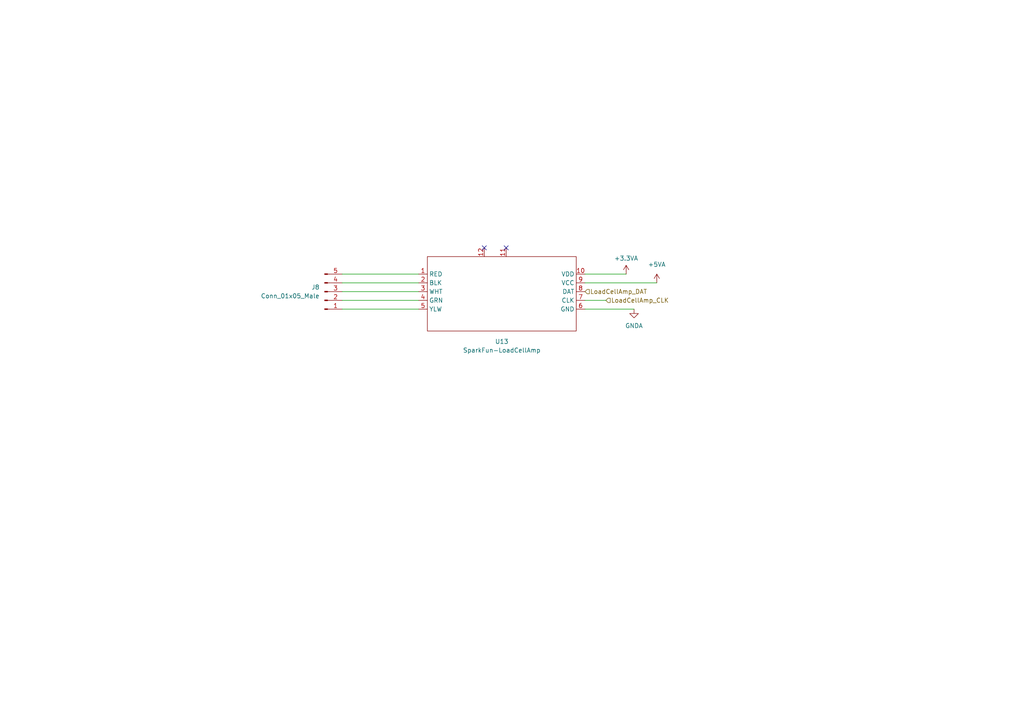
<source format=kicad_sch>
(kicad_sch (version 20211123) (generator eeschema)
  (paper "A4")
  (lib_symbols
    (symbol "Connector:Conn_01x05_Male" (pin_names (offset 1.016) hide)
      (property "Reference" "J" (at 0 7.62 0))
      (property "Value" "Conn_01x05_Male" (at 0 -7.62 0))
      (symbol "Conn_01x05_Male_1_1"
        (polyline (pts (xy 1.27 -5.08) (xy 0.8636 -5.08)) (stroke (width 0.1524)))
        (polyline (pts (xy 1.27 -2.54) (xy 0.8636 -2.54)) (stroke (width 0.1524)))
        (polyline (pts (xy 1.27 0) (xy 0.8636 0)) (stroke (width 0.1524)))
        (polyline (pts (xy 1.27 2.54) (xy 0.8636 2.54)) (stroke (width 0.1524)))
        (polyline (pts (xy 1.27 5.08) (xy 0.8636 5.08)) (stroke (width 0.1524)))
        (rectangle (start 0.8636 -4.953) (end 0 -5.207) (stroke (width 0.1524)) (fill (type outline)))
        (rectangle (start 0.8636 -2.413) (end 0 -2.667) (stroke (width 0.1524)) (fill (type outline)))
        (rectangle (start 0.8636 0.127) (end 0 -0.127) (stroke (width 0.1524)) (fill (type outline)))
        (rectangle (start 0.8636 2.667) (end 0 2.413) (stroke (width 0.1524)) (fill (type outline)))
        (rectangle (start 0.8636 5.207) (end 0 4.953) (stroke (width 0.1524)) (fill (type outline)))
        (pin passive line (at 5.08 5.08 180) (length 3.81) (name "Pin_1") (number "1"))
        (pin passive line (at 5.08 2.54 180) (length 3.81) (name "Pin_2") (number "2"))
        (pin passive line (at 5.08 0 180) (length 3.81) (name "Pin_3") (number "3"))
        (pin passive line (at 5.08 -2.54 180) (length 3.81) (name "Pin_4") (number "4"))
        (pin passive line (at 5.08 -5.08 180) (length 3.81) (name "Pin_5") (number "5"))
      )
    )
    (symbol "SalwaAleryani-eagle-import:SparkFun-LoadCellAmp"
      (property "Reference" "U" (at 10.16 16.51 0))
      (property "Value" "SparkFun-LoadCellAmp" (at 1.27 -22.86 0))
      (symbol "SparkFun-LoadCellAmp_0_1"
        (rectangle (start -20.32 10.16) (end 22.86 -11.43))
      )
      (symbol "SparkFun-LoadCellAmp_1_1"
        (pin input line (at -22.86 5.08 0) (length 2.54) (name "RED") (number "1"))
        (pin input line (at 25.4 5.08 180) (length 2.54) (name "VDD") (number "10"))
        (pin input line (at 2.54 12.7 270) (length 2.54) (name "") (number "11"))
        (pin input line (at -3.81 12.7 270) (length 2.54) (name "") (number "12"))
        (pin input line (at -22.86 2.54 0) (length 2.54) (name "BLK") (number "2"))
        (pin input line (at -22.86 0 0) (length 2.54) (name "WHT") (number "3"))
        (pin input line (at -22.86 -2.54 0) (length 2.54) (name "GRN") (number "4"))
        (pin input line (at -22.86 -5.08 0) (length 2.54) (name "YLW") (number "5"))
        (pin input line (at 25.4 -5.08 180) (length 2.54) (name "GND") (number "6"))
        (pin input line (at 25.4 -2.54 180) (length 2.54) (name "CLK") (number "7"))
        (pin input line (at 25.4 0 180) (length 2.54) (name "DAT") (number "8"))
        (pin input line (at 25.4 2.54 180) (length 2.54) (name "VCC") (number "9"))
      )
    )
    (symbol "power:+3.3VA" (power) (pin_names (offset 0))
      (property "Value" "+3.3VA" (at 0 3.556 0))
      (symbol "+3.3VA_0_1"
        (polyline (pts (xy -0.762 1.27) (xy 0 2.54)))
        (polyline (pts (xy 0 0) (xy 0 2.54)))
        (polyline (pts (xy 0 2.54) (xy 0.762 1.27)))
      )
      (symbol "+3.3VA_1_1"
        (pin power_in line (at 0 0 90) (length 0) hide (name "+3.3VA") (number "1"))
      )
    )
    (symbol "power:+5VA" (power) (pin_names (offset 0))
      (property "Value" "+5VA" (at 0 3.556 0))
      (symbol "+5VA_0_1"
        (polyline (pts (xy -0.762 1.27) (xy 0 2.54)))
        (polyline (pts (xy 0 0) (xy 0 2.54)))
        (polyline (pts (xy 0 2.54) (xy 0.762 1.27)))
      )
      (symbol "+5VA_1_1"
        (pin power_in line (at 0 0 90) (length 0) hide (name "+5VA") (number "1"))
      )
    )
    (symbol "power:GNDA" (power) (pin_names (offset 0))
      (property "Value" "GNDA" (at 0 -3.81 0))
      (symbol "GNDA_0_1"
        (polyline (pts (xy 0 0) (xy 0 -1.27) (xy 1.27 -1.27) (xy 0 -2.54) (xy -1.27 -1.27) (xy 0 -1.27)))
      )
      (symbol "GNDA_1_1"
        (pin power_in line (at 0 0 270) (length 0) hide (name "GNDA") (number "1"))
      )
    )
  )
  (no_connect (at 146.812 71.882))
  (no_connect (at 140.462 71.882))
  (wire (pts (xy 99.2337 84.582) (xy 121.412 84.582)))
  (wire (pts (xy 99.2337 89.662) (xy 121.412 89.662)))
  (wire (pts (xy 169.672 79.502) (xy 181.61 79.502)))
  (wire (pts (xy 169.672 89.662) (xy 183.8994 89.662)))
  (wire (pts (xy 99.2337 82.042) (xy 121.412 82.042)))
  (wire (pts (xy 99.2337 87.122) (xy 121.412 87.122)))
  (wire (pts (xy 169.672 87.122) (xy 175.768 87.122)))
  (wire (pts (xy 169.672 82.042) (xy 190.5 82.042)))
  (wire (pts (xy 99.2337 79.502) (xy 121.412 79.502)))
  (hierarchical_label "LoadCellAmp_CLK" (shape input) (at 175.7275 87.122 0))
  (hierarchical_label "LoadCellAmp_DAT" (shape input) (at 169.672 84.582 0))
  (symbol (lib_id "power:GNDA") (at 183.8994 89.662 0) (unit 1)
    (property "Reference" "#PWR045" (effects hide))
    (property "Value" "GNDA" (at 183.8994 94.488 0))
  )
  (symbol (lib_id "Connector:Conn_01x05_Male") (at 94.1537 84.582 0) (mirror x) (unit 1)
    (property "Reference" "J8" (at 92.71 83.3119 0) (effects (justify right)))
    (property "Value" "Conn_01x05_Male" (at 92.71 85.8519 0) (effects (justify right)))
    (property "Footprint" "Connector_Molex:Molex_Micro-Fit_3.0_43650-0500_1x05_P3.00mm_Horizontal" (effects hide))
    (property "DigiKey-Part-Number" "900-2157602005-ND" (effects hide))
    (property "Manufacturer-Product-Number" "2157602005" (effects hide))
  )
  (symbol (lib_id "SalwaAleryani-eagle-import:SparkFun-LoadCellAmp") (at 144.272 84.582 0) (unit 1)
    (property "Reference" "U13" (at 145.542 99.06 0))
    (property "Value" "SparkFun-LoadCellAmp" (at 145.542 101.6 0))
    (property "Footprint" "Sparkfun-Library:Outline-LoadCellAmp" (effects hide))
  )
  (symbol (lib_id "power:+3.3VA") (at 181.61 79.502 0) (unit 1)
    (property "Reference" "#PWR044" (effects hide))
    (property "Value" "+3.3VA" (at 181.61 74.93 0))
  )
  (symbol (lib_id "power:+5VA") (at 190.5 82.042 0) (unit 1)
    (property "Reference" "#PWR046" (effects hide))
    (property "Value" "+5VA" (at 190.5 76.708 0))
  )
)
</source>
